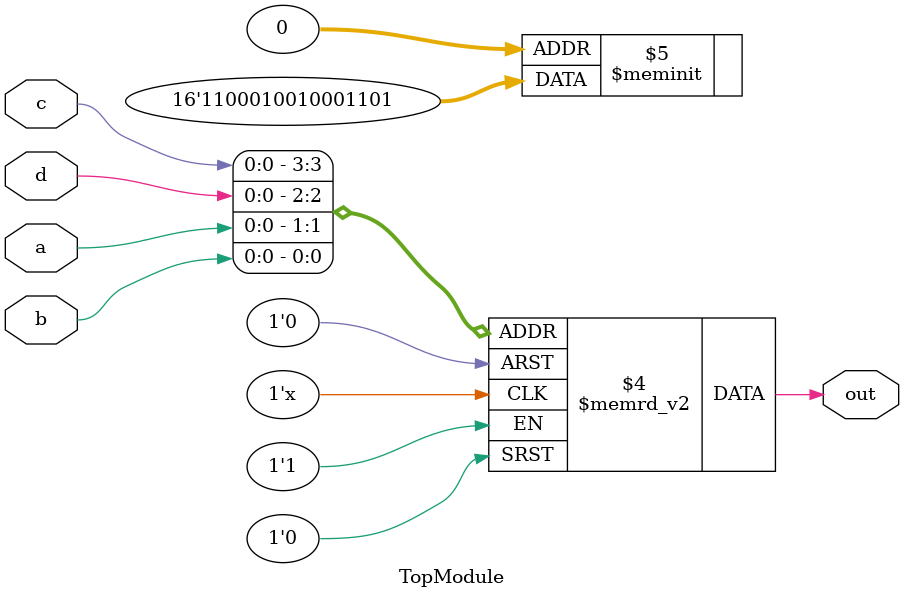
<source format=sv>

module TopModule(
    input a,
    input b,
    input c,
    input d,
    output reg out
);

always @(*)
begin
    case({c, d, a, b})
        4'b0000: out = 1;
        4'b0001: out = 0;
        4'b0010: out = 1;
        4'b0011: out = 1;
        4'b0110: out = 0;
        4'b0111: out = 1;
        4'b1000: out = 0;
        4'b1001: out = 0;
        4'b1010: out = 1;
        4'b1011: out = 0;
        4'b1110: out = 1;
        4'b1111: out = 1;
        default: out = 0;
    endcase
end

endmodule
</source>
